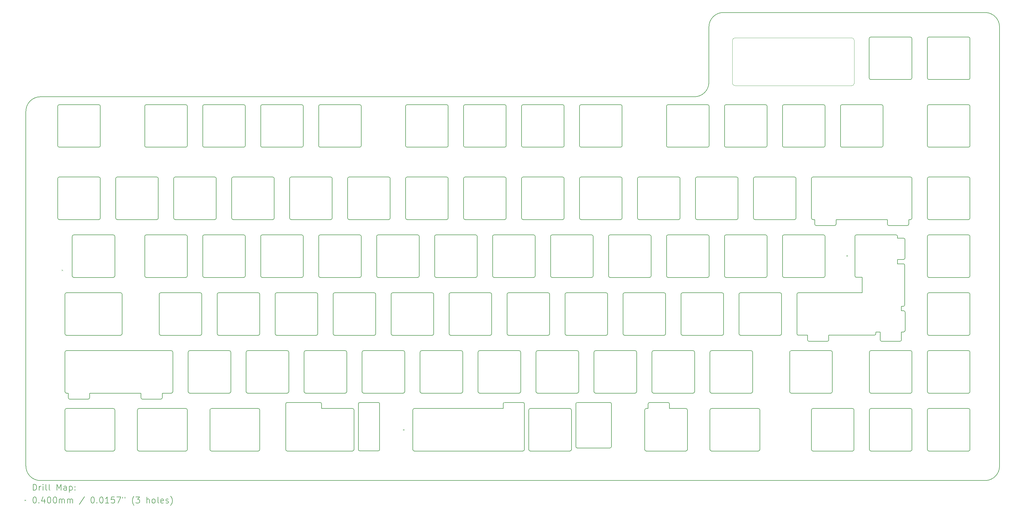
<source format=gbr>
%TF.GenerationSoftware,KiCad,Pcbnew,7.0.2-0*%
%TF.CreationDate,2023-09-13T20:41:26+02:00*%
%TF.ProjectId,storre_plate,73746f72-7265-45f7-906c-6174652e6b69,rev?*%
%TF.SameCoordinates,Original*%
%TF.FileFunction,Drillmap*%
%TF.FilePolarity,Positive*%
%FSLAX45Y45*%
G04 Gerber Fmt 4.5, Leading zero omitted, Abs format (unit mm)*
G04 Created by KiCad (PCBNEW 7.0.2-0) date 2023-09-13 20:41:26*
%MOMM*%
%LPD*%
G01*
G04 APERTURE LIST*
%ADD10C,0.200000*%
%ADD11C,0.050000*%
%ADD12C,0.150000*%
%ADD13C,0.040000*%
G04 APERTURE END LIST*
D10*
X29792640Y-8598110D02*
G75*
G03*
X29842640Y-8548110I0J50000D01*
G01*
X19870140Y-10453110D02*
G75*
G03*
X19920140Y-10503110I50010J10D01*
G01*
X27063890Y-14818110D02*
G75*
G03*
X27013890Y-14868110I0J-50000D01*
G01*
X23651390Y-11058110D02*
X23651390Y-12358110D01*
X27966390Y-12358110D02*
G75*
G03*
X28016390Y-12408110I50010J10D01*
G01*
X31697640Y-16218110D02*
G75*
G03*
X31747640Y-16168110I0J50000D01*
G01*
X29683265Y-12913110D02*
X30983265Y-12913110D01*
X34157640Y-12358110D02*
G75*
G03*
X34207640Y-12408110I50010J10D01*
G01*
X17410140Y-10503110D02*
G75*
G03*
X17460140Y-10453110I0J50000D01*
G01*
X25506390Y-12408110D02*
G75*
G03*
X25556390Y-12358110I0J50000D01*
G01*
X17062640Y-4816860D02*
X18362640Y-4816860D01*
X29871800Y-12357080D02*
G75*
G03*
X29921795Y-12407080I50000J0D01*
G01*
X33364920Y-11454580D02*
G75*
G03*
X33414920Y-11404580I0J50000D01*
G01*
X25982640Y-8598110D02*
G75*
G03*
X26032640Y-8548110I0J50000D01*
G01*
X16110815Y-14618110D02*
X15510815Y-14618110D01*
X21825140Y-10503110D02*
X23125140Y-10503110D01*
X12300140Y-9103110D02*
X13600140Y-9103110D01*
D11*
X31674020Y-2617250D02*
X27849020Y-2617250D01*
D10*
X32893940Y-8798110D02*
X33493940Y-8798110D01*
X12250140Y-6166860D02*
G75*
G03*
X12300140Y-6216860I50000J0D01*
G01*
X29633270Y-14263110D02*
G75*
G03*
X29683265Y-14313110I50010J10D01*
G01*
X18441390Y-12358110D02*
G75*
G03*
X18491390Y-12408110I50010J10D01*
G01*
X19315140Y-10503110D02*
G75*
G03*
X19365140Y-10453110I0J50000D01*
G01*
X33424490Y-9260780D02*
G75*
G03*
X33374484Y-9210780I-50010J-10D01*
G01*
X6932640Y-8598110D02*
G75*
G03*
X6982640Y-8548110I0J50000D01*
G01*
X32650140Y-6216860D02*
G75*
G03*
X32700140Y-6166860I0J50000D01*
G01*
X14076390Y-12408110D02*
G75*
G03*
X14126390Y-12358110I0J50000D01*
G01*
X30918620Y-12407080D02*
X30918620Y-12557080D01*
X13650140Y-4866860D02*
G75*
G03*
X13600140Y-4816860I-50000J0D01*
G01*
X5632640Y-7198110D02*
G75*
G03*
X5582640Y-7248110I0J-50000D01*
G01*
X35507640Y-16218110D02*
G75*
G03*
X35557640Y-16168110I0J50000D01*
G01*
X11347640Y-7198110D02*
G75*
G03*
X11297640Y-7248110I0J-50000D01*
G01*
X22698890Y-12963110D02*
X22698890Y-14263110D01*
X15157640Y-8598110D02*
X16457640Y-8598110D01*
X27540140Y-4816860D02*
X28840140Y-4816860D01*
X14155140Y-6166860D02*
G75*
G03*
X14205140Y-6216860I50000J0D01*
G01*
X11268890Y-12963110D02*
G75*
G03*
X11218890Y-12913110I-50000J0D01*
G01*
X30347640Y-16168110D02*
G75*
G03*
X30397640Y-16218110I50010J10D01*
G01*
X5632640Y-4816860D02*
X6932640Y-4816860D01*
X34207640Y-11008110D02*
X35507640Y-11008110D01*
X11745140Y-4866860D02*
X11745140Y-6166860D01*
X30347640Y-8548110D02*
G75*
G03*
X30397640Y-8598110I50010J10D01*
G01*
X21110765Y-14818105D02*
G75*
G03*
X21060765Y-14868110I5J-50005D01*
G01*
X30983265Y-14313115D02*
G75*
G03*
X31033265Y-14263110I-5J50005D01*
G01*
X30397640Y-16218110D02*
X31697640Y-16218110D01*
X6058890Y-10453110D02*
G75*
G03*
X6108890Y-10503110I50000J0D01*
G01*
X30456340Y-8598110D02*
X30456340Y-8748110D01*
X23175140Y-9153110D02*
G75*
G03*
X23125140Y-9103110I-50010J-10D01*
G01*
X29445140Y-4816860D02*
G75*
G03*
X29395140Y-4866860I0J-50000D01*
G01*
D12*
X5013940Y-4556740D02*
X26501440Y-4556740D01*
D10*
X8916390Y-12358110D02*
G75*
G03*
X8966390Y-12408110I50000J0D01*
G01*
X8252015Y-14818110D02*
X9790140Y-14818110D01*
X33646280Y-2639750D02*
X33646280Y-3939750D01*
X15157640Y-7198110D02*
X16457640Y-7198110D01*
X5582640Y-8548110D02*
G75*
G03*
X5632640Y-8598110I50000J0D01*
G01*
X27461390Y-11058110D02*
G75*
G03*
X27411390Y-11008110I-50010J-10D01*
G01*
X5820360Y-11058110D02*
X5820360Y-12358110D01*
X24127640Y-7248110D02*
G75*
G03*
X24077640Y-7198110I-50010J-10D01*
G01*
X19443890Y-14313110D02*
X20743890Y-14313110D01*
X18441390Y-11058110D02*
X18441390Y-12358110D01*
X20793890Y-12963110D02*
X20793890Y-14263110D01*
X25030140Y-10503110D02*
G75*
G03*
X25080140Y-10453110I0J50000D01*
G01*
X27490140Y-9153110D02*
X27490140Y-10453110D01*
X21775140Y-10453110D02*
G75*
G03*
X21825140Y-10503110I50010J10D01*
G01*
X17300765Y-16218110D02*
X20866965Y-16218110D01*
X12726390Y-11058110D02*
X12726390Y-12358110D01*
X16586390Y-11008110D02*
X17886390Y-11008110D01*
X8916390Y-11058110D02*
X8916390Y-12358110D01*
X21220140Y-10503110D02*
G75*
G03*
X21270140Y-10453110I0J50000D01*
G01*
X27540140Y-9103110D02*
X28840140Y-9103110D01*
X25556390Y-11058110D02*
G75*
G03*
X25506390Y-11008110I-50010J-10D01*
G01*
X32412420Y-12407080D02*
G75*
G03*
X32462420Y-12357080I0J50000D01*
G01*
X9840140Y-14868110D02*
X9840140Y-16168110D01*
X29445140Y-6216860D02*
X30745140Y-6216860D01*
X31033265Y-12963110D02*
X31033265Y-14263110D01*
X23727015Y-16118110D02*
X22654565Y-16118110D01*
X25080140Y-9153110D02*
G75*
G03*
X25030140Y-9103110I-50010J-10D01*
G01*
X25080140Y-9153110D02*
X25080140Y-10453110D01*
X22727640Y-8548110D02*
G75*
G03*
X22777640Y-8598110I50010J10D01*
G01*
X9790140Y-10503110D02*
G75*
G03*
X9840140Y-10453110I0J50000D01*
G01*
X5870360Y-11008110D02*
X7647015Y-11008110D01*
X34207640Y-16218110D02*
X35507640Y-16218110D01*
X28890140Y-4866860D02*
G75*
G03*
X28840140Y-4816860I-50010J-10D01*
G01*
X6982640Y-7248110D02*
X6982640Y-8548110D01*
D11*
X27749020Y-4092250D02*
G75*
G03*
X27849020Y-4192250I100000J0D01*
G01*
D10*
X15028890Y-14313110D02*
G75*
G03*
X15078890Y-14263110I0J50000D01*
G01*
X25635140Y-9103110D02*
G75*
G03*
X25585140Y-9153110I0J-50000D01*
G01*
X32252640Y-16168110D02*
G75*
G03*
X32302640Y-16218110I50010J10D01*
G01*
X33652640Y-14868110D02*
X33652640Y-16168110D01*
X17300765Y-14818110D02*
X20216965Y-14818110D01*
X13073210Y-16168110D02*
G75*
G03*
X13123215Y-16218110I50010J10D01*
G01*
X14631390Y-12358110D02*
G75*
G03*
X14681390Y-12408110I50000J0D01*
G01*
X15267015Y-16218105D02*
G75*
G03*
X15317015Y-16168110I5J49995D01*
G01*
X30347640Y-14868110D02*
X30347640Y-16168110D01*
X8440140Y-4866860D02*
X8440140Y-6166860D01*
X35557640Y-9153110D02*
G75*
G03*
X35507640Y-9103110I-50010J-10D01*
G01*
X30795140Y-4866860D02*
X30795140Y-6166860D01*
X9918890Y-14313110D02*
X11218890Y-14313110D01*
X9392640Y-7248110D02*
X9392640Y-8548110D01*
X5820360Y-12358110D02*
G75*
G03*
X5870360Y-12408110I50000J0D01*
G01*
X18015140Y-10503110D02*
X19315140Y-10503110D01*
X33602640Y-14313110D02*
G75*
G03*
X33652640Y-14263110I0J50000D01*
G01*
X25556390Y-11058110D02*
X25556390Y-12358110D01*
X32252640Y-14868110D02*
X32252640Y-16168110D01*
X31826795Y-10502080D02*
X32014920Y-10502080D01*
X30795140Y-9153110D02*
G75*
G03*
X30745140Y-9103110I-50010J-10D01*
G01*
X33306220Y-12298380D02*
X33306220Y-12557080D01*
X8966390Y-11008110D02*
X10266390Y-11008110D01*
X27937640Y-7248110D02*
X27937640Y-8548110D01*
X29395140Y-6166860D02*
G75*
G03*
X29445140Y-6216860I50010J10D01*
G01*
X28652015Y-14868110D02*
X28652015Y-16168110D01*
X24206390Y-11008110D02*
G75*
G03*
X24156390Y-11058110I0J-50000D01*
G01*
X17250765Y-14868110D02*
X17250765Y-16168110D01*
X14681390Y-11008110D02*
G75*
G03*
X14631390Y-11058110I0J-50000D01*
G01*
X23727015Y-16118115D02*
G75*
G03*
X23777015Y-16068110I-5J50005D01*
G01*
X27013890Y-12963110D02*
X27013890Y-14263110D01*
X34157640Y-4866860D02*
X34157640Y-6166860D01*
X15078890Y-12963110D02*
X15078890Y-14263110D01*
X5632640Y-4816860D02*
G75*
G03*
X5582640Y-4866860I0J-50000D01*
G01*
X25585140Y-4866860D02*
X25585140Y-6166860D01*
X20317640Y-4866860D02*
G75*
G03*
X20267640Y-4816860I-50010J-10D01*
G01*
D12*
X26978940Y-4079240D02*
X26978940Y-2259550D01*
D10*
X5582640Y-6166860D02*
G75*
G03*
X5632640Y-6216860I50000J0D01*
G01*
X5820770Y-16168110D02*
G75*
G03*
X5870765Y-16218110I50000J0D01*
G01*
X33652640Y-14868110D02*
G75*
G03*
X33602640Y-14818110I-50010J-10D01*
G01*
X9918890Y-12913110D02*
G75*
G03*
X9868890Y-12963110I0J-50000D01*
G01*
X21110765Y-16218110D02*
X22410765Y-16218110D01*
X30397640Y-14818110D02*
G75*
G03*
X30347640Y-14868110I0J-50000D01*
G01*
X22301390Y-12408110D02*
X23601390Y-12408110D01*
X34207640Y-7198110D02*
G75*
G03*
X34157640Y-7248110I0J-50000D01*
G01*
X20872640Y-6216860D02*
X22172640Y-6216860D01*
X32302640Y-14818110D02*
G75*
G03*
X32252640Y-14868110I0J-50000D01*
G01*
X21270140Y-9153110D02*
G75*
G03*
X21220140Y-9103110I-50010J-10D01*
G01*
X21825140Y-9103110D02*
X23125140Y-9103110D01*
X13202640Y-7248110D02*
X13202640Y-8548110D01*
X20317640Y-7248110D02*
G75*
G03*
X20267640Y-7198110I-50010J-10D01*
G01*
X8967065Y-14513105D02*
G75*
G03*
X9017065Y-14463110I5J49995D01*
G01*
X25635140Y-9103110D02*
X26935140Y-9103110D01*
X8887640Y-7248110D02*
G75*
G03*
X8837640Y-7198110I-50000J0D01*
G01*
X23253890Y-12913110D02*
G75*
G03*
X23203890Y-12963110I0J-50000D01*
G01*
X27063890Y-14818110D02*
X28602015Y-14818110D01*
X33652640Y-12963110D02*
G75*
G03*
X33602640Y-12913110I-50010J-10D01*
G01*
X21746390Y-11058110D02*
X21746390Y-12358110D01*
X13600140Y-6216860D02*
G75*
G03*
X13650140Y-6166860I0J50000D01*
G01*
X23175140Y-9153110D02*
X23175140Y-10453110D01*
X21298890Y-14263110D02*
G75*
G03*
X21348890Y-14313110I50010J10D01*
G01*
X18491390Y-11008110D02*
G75*
G03*
X18441390Y-11058110I0J-50000D01*
G01*
X26537640Y-8548110D02*
G75*
G03*
X26587640Y-8598110I50010J10D01*
G01*
X16507640Y-7248110D02*
G75*
G03*
X16457640Y-7198110I-50000J0D01*
G01*
X8252015Y-16218110D02*
X9790140Y-16218110D01*
X18362640Y-6216860D02*
G75*
G03*
X18412640Y-6166860I0J50000D01*
G01*
X33602640Y-8598110D02*
G75*
G03*
X33652640Y-8548110I0J50000D01*
G01*
X16983890Y-12963110D02*
X16983890Y-14263110D01*
X29445140Y-9103110D02*
G75*
G03*
X29395140Y-9153110I0J-50000D01*
G01*
X33425080Y-11648380D02*
X33425080Y-12248380D01*
X15633890Y-12913110D02*
X16933890Y-12913110D01*
X22648890Y-14313110D02*
G75*
G03*
X22698890Y-14263110I0J50000D01*
G01*
X25585140Y-10453110D02*
G75*
G03*
X25635140Y-10503110I50010J10D01*
G01*
X19791390Y-12408110D02*
G75*
G03*
X19841390Y-12358110I0J50000D01*
G01*
X27411390Y-12408110D02*
G75*
G03*
X27461390Y-12358110I0J50000D01*
G01*
X29842640Y-7248110D02*
G75*
G03*
X29792640Y-7198110I-50010J-10D01*
G01*
X5870765Y-16218110D02*
X7408890Y-16218110D01*
X17062640Y-6216860D02*
X18362640Y-6216860D01*
X11745140Y-4866860D02*
G75*
G03*
X11695140Y-4816860I-50000J0D01*
G01*
X22251390Y-11058110D02*
X22251390Y-12358110D01*
X18917640Y-8548110D02*
G75*
G03*
X18967640Y-8598110I50010J10D01*
G01*
X30397640Y-8598110D02*
X30456340Y-8598110D01*
X17965140Y-10453110D02*
G75*
G03*
X18015140Y-10503110I50000J0D01*
G01*
X21110765Y-14818110D02*
X22410765Y-14818110D01*
X33652640Y-7248110D02*
X33652640Y-8548110D01*
X23777015Y-16068110D02*
X23777015Y-14668110D01*
X6982640Y-4866860D02*
X6982640Y-6166860D01*
X8490140Y-9103110D02*
G75*
G03*
X8440140Y-9153110I0J-50000D01*
G01*
X20872640Y-4816860D02*
G75*
G03*
X20822640Y-4866860I0J-50000D01*
G01*
X13728890Y-12913110D02*
X15028890Y-12913110D01*
X14202640Y-14618110D02*
X13123215Y-14618110D01*
X12221390Y-11058110D02*
G75*
G03*
X12171390Y-11008110I-50000J0D01*
G01*
X15633890Y-14313110D02*
X16933890Y-14313110D01*
X34207640Y-14818110D02*
X35507640Y-14818110D01*
X29921795Y-11007075D02*
G75*
G03*
X29871795Y-11057080I5J-50005D01*
G01*
X34207640Y-10503110D02*
X35507640Y-10503110D01*
X31350140Y-6216860D02*
X32650140Y-6216860D01*
X12300140Y-10503110D02*
X13600140Y-10503110D01*
X28413890Y-12963110D02*
G75*
G03*
X28363890Y-12913110I-50010J-10D01*
G01*
X34157640Y-2639750D02*
X34157640Y-3939750D01*
X28016390Y-12408110D02*
X29316390Y-12408110D01*
X27887640Y-8598110D02*
G75*
G03*
X27937640Y-8548110I0J50000D01*
G01*
X30347640Y-7248110D02*
X30347640Y-8548110D01*
X15583890Y-12963110D02*
X15583890Y-14263110D01*
X26061390Y-11058110D02*
X26061390Y-12358110D01*
X33375080Y-12298380D02*
G75*
G03*
X33425080Y-12248380I0J50000D01*
G01*
X11297640Y-7248110D02*
X11297640Y-8548110D01*
X19365140Y-9153110D02*
X19365140Y-10453110D01*
X27540140Y-6216860D02*
X28840140Y-6216860D01*
X28016390Y-11008110D02*
X29316390Y-11008110D01*
X14126390Y-11058110D02*
G75*
G03*
X14076390Y-11008110I-50000J0D01*
G01*
X17936390Y-11058110D02*
G75*
G03*
X17886390Y-11008110I-50000J0D01*
G01*
X20743890Y-14313110D02*
G75*
G03*
X20793890Y-14263110I0J50000D01*
G01*
X34207640Y-4816860D02*
G75*
G03*
X34157640Y-4866860I0J-50000D01*
G01*
X5632640Y-8598110D02*
X6932640Y-8598110D01*
X26270760Y-14868110D02*
G75*
G03*
X26220765Y-14818110I-50010J-10D01*
G01*
X19393890Y-12963110D02*
X19393890Y-14263110D01*
X27490140Y-4866860D02*
X27490140Y-6166860D01*
X35557640Y-4866860D02*
X35557640Y-6166860D01*
X11297640Y-8548110D02*
G75*
G03*
X11347640Y-8598110I50000J0D01*
G01*
X19870140Y-9153110D02*
X19870140Y-10453110D01*
X10742640Y-8598110D02*
G75*
G03*
X10792640Y-8548110I0J50000D01*
G01*
X11823890Y-12913110D02*
G75*
G03*
X11773890Y-12963110I0J-50000D01*
G01*
X15555140Y-9153110D02*
G75*
G03*
X15505140Y-9103110I-50000J0D01*
G01*
X27461390Y-11058110D02*
X27461390Y-12358110D01*
X32606220Y-12298380D02*
X32462420Y-12298380D01*
X26985140Y-4866860D02*
X26985140Y-6166860D01*
X18412640Y-4866860D02*
X18412640Y-6166860D01*
X34207640Y-4816860D02*
X35507640Y-4816860D01*
X21298890Y-12963110D02*
X21298890Y-14263110D01*
X13650140Y-9153110D02*
X13650140Y-10453110D01*
X16060140Y-9153110D02*
X16060140Y-10453110D01*
D12*
X36051440Y-1782050D02*
X27456440Y-1782050D01*
D10*
X18412640Y-7248110D02*
X18412640Y-8548110D01*
X34207640Y-9103110D02*
X35507640Y-9103110D01*
X35557640Y-14868110D02*
G75*
G03*
X35507640Y-14818110I-50010J-10D01*
G01*
X9840140Y-4866860D02*
X9840140Y-6166860D01*
X6932640Y-6216860D02*
G75*
G03*
X6982640Y-6166860I0J50000D01*
G01*
X16110140Y-9103110D02*
G75*
G03*
X16060140Y-9153110I0J-50000D01*
G01*
X24632640Y-7248110D02*
X24632640Y-8548110D01*
X10395140Y-9103110D02*
X11695140Y-9103110D01*
X7537640Y-7198110D02*
X8837640Y-7198110D01*
X35507640Y-3989750D02*
G75*
G03*
X35557640Y-3939750I0J50000D01*
G01*
X8966390Y-12408110D02*
X10266390Y-12408110D01*
X6108890Y-9103110D02*
G75*
G03*
X6058890Y-9153110I0J-50000D01*
G01*
X22172640Y-8598110D02*
G75*
G03*
X22222640Y-8548110I0J50000D01*
G01*
X34157640Y-7248110D02*
X34157640Y-8548110D01*
X8440140Y-6166860D02*
G75*
G03*
X8490140Y-6216860I50000J0D01*
G01*
X16110815Y-16215345D02*
G75*
G03*
X16160815Y-16165340I-5J50005D01*
G01*
X15460820Y-16165340D02*
G75*
G03*
X15510815Y-16215340I50000J0D01*
G01*
X17965140Y-9153110D02*
X17965140Y-10453110D01*
X18917640Y-7248110D02*
X18917640Y-8548110D01*
X22777640Y-7198110D02*
X24077640Y-7198110D01*
X30268620Y-12607080D02*
X30868620Y-12607080D01*
X23651390Y-11058110D02*
G75*
G03*
X23601390Y-11008110I-50010J-10D01*
G01*
X35507640Y-10503110D02*
G75*
G03*
X35557640Y-10453110I0J50000D01*
G01*
X30506340Y-8798110D02*
X31106340Y-8798110D01*
X13123890Y-14313110D02*
G75*
G03*
X13173890Y-14263110I0J50000D01*
G01*
X33543940Y-8598110D02*
X33602640Y-8598110D01*
X6579465Y-14513105D02*
G75*
G03*
X6629465Y-14463110I5J49995D01*
G01*
X13252640Y-7198110D02*
X14552640Y-7198110D01*
D12*
X36051440Y-17190700D02*
X5013940Y-17190700D01*
D10*
X13678890Y-14263110D02*
G75*
G03*
X13728890Y-14313110I50000J0D01*
G01*
X10266390Y-12408110D02*
G75*
G03*
X10316390Y-12358110I0J50000D01*
G01*
X15460815Y-16165340D02*
X15460815Y-14668110D01*
X10583265Y-14868110D02*
X10583265Y-16168110D01*
X21270140Y-9153110D02*
X21270140Y-10453110D01*
X14205140Y-4816860D02*
X15505140Y-4816860D01*
X20216965Y-14818110D02*
X20216965Y-14668110D01*
X6982640Y-4866860D02*
G75*
G03*
X6932640Y-4816860I-50000J0D01*
G01*
X16933890Y-14313110D02*
G75*
G03*
X16983890Y-14263110I0J50000D01*
G01*
X31826795Y-9102075D02*
G75*
G03*
X31776795Y-9152080I5J-50005D01*
G01*
D12*
X4536440Y-16713200D02*
G75*
G03*
X5013940Y-17190700I477500J0D01*
G01*
D10*
X24127640Y-7248110D02*
X24127640Y-8548110D01*
X34207640Y-12913110D02*
X35507640Y-12913110D01*
X14681390Y-11008110D02*
X15981390Y-11008110D01*
X13252640Y-7198110D02*
G75*
G03*
X13202640Y-7248110I0J-50000D01*
G01*
X28442640Y-7248110D02*
X28442640Y-8548110D01*
X29366390Y-11058110D02*
X29366390Y-12358110D01*
X26587640Y-7198110D02*
X27887640Y-7198110D01*
X35557640Y-7248110D02*
G75*
G03*
X35507640Y-7198110I-50010J-10D01*
G01*
X17538890Y-14313110D02*
X18838890Y-14313110D01*
X13173890Y-12963110D02*
X13173890Y-14263110D01*
X15505140Y-6216860D02*
G75*
G03*
X15555140Y-6166860I0J50000D01*
G01*
X14205140Y-6216860D02*
X15505140Y-6216860D01*
X14602640Y-7248110D02*
G75*
G03*
X14552640Y-7198110I-50000J0D01*
G01*
X18888890Y-12963110D02*
G75*
G03*
X18838890Y-12913110I-50010J-10D01*
G01*
X21348890Y-12913110D02*
G75*
G03*
X21298890Y-12963110I0J-50000D01*
G01*
X10345140Y-9153110D02*
X10345140Y-10453110D01*
X12697640Y-7248110D02*
G75*
G03*
X12647640Y-7198110I-50000J0D01*
G01*
X34157640Y-16168110D02*
G75*
G03*
X34207640Y-16218110I50010J10D01*
G01*
X33176795Y-9152080D02*
X33176795Y-9210780D01*
X5870765Y-12913105D02*
G75*
G03*
X5820765Y-12963110I5J-50005D01*
G01*
X23680140Y-10453110D02*
G75*
G03*
X23730140Y-10503110I50010J10D01*
G01*
X28413890Y-12963110D02*
X28413890Y-14263110D01*
D12*
X26501440Y-4556740D02*
G75*
G03*
X26978940Y-4079240I0J477500D01*
G01*
D10*
X28890140Y-9153110D02*
G75*
G03*
X28840140Y-9103110I-50010J-10D01*
G01*
X19841390Y-11058110D02*
X19841390Y-12358110D01*
X17012640Y-8548110D02*
G75*
G03*
X17062640Y-8598110I50000J0D01*
G01*
X29683265Y-14313110D02*
X30983265Y-14313110D01*
X11268890Y-12963110D02*
X11268890Y-14263110D01*
X9868890Y-12963110D02*
X9868890Y-14263110D01*
X5632640Y-7198110D02*
X6932640Y-7198110D01*
X21825140Y-9103110D02*
G75*
G03*
X21775140Y-9153110I0J-50000D01*
G01*
X7647015Y-12408105D02*
G75*
G03*
X7697015Y-12358110I5J49995D01*
G01*
X18491390Y-11008110D02*
X19791390Y-11008110D01*
X33256220Y-12607080D02*
G75*
G03*
X33306220Y-12557080I0J50000D01*
G01*
X8440140Y-10453110D02*
G75*
G03*
X8490140Y-10503110I50000J0D01*
G01*
X19920140Y-10503110D02*
X21220140Y-10503110D01*
X16110140Y-10503110D02*
X17410140Y-10503110D01*
X8887640Y-7248110D02*
X8887640Y-8548110D01*
X17488890Y-14263110D02*
G75*
G03*
X17538890Y-14313110I50000J0D01*
G01*
X34207640Y-14313110D02*
X35507640Y-14313110D01*
X7697020Y-11058110D02*
G75*
G03*
X7647015Y-11008110I-50010J-10D01*
G01*
X5582640Y-4866860D02*
X5582640Y-6166860D01*
X14252640Y-14668110D02*
G75*
G03*
X14202640Y-14618110I-50000J0D01*
G01*
X12776390Y-11008110D02*
G75*
G03*
X12726390Y-11058110I0J-50000D01*
G01*
X32252640Y-12963110D02*
X32252640Y-14263110D01*
X32302640Y-14313110D02*
X33602640Y-14313110D01*
X34157640Y-6166860D02*
G75*
G03*
X34207640Y-6216860I50010J10D01*
G01*
X35557640Y-4866860D02*
G75*
G03*
X35507640Y-4816860I-50010J-10D01*
G01*
X26508890Y-12963110D02*
X26508890Y-14263110D01*
D11*
X31749020Y-2692250D02*
G75*
G03*
X31674020Y-2617250I-75000J0D01*
G01*
D10*
X23203890Y-14263110D02*
G75*
G03*
X23253890Y-14313110I50010J10D01*
G01*
X29316390Y-12408110D02*
G75*
G03*
X29366390Y-12358110I0J50000D01*
G01*
X18888890Y-12963110D02*
X18888890Y-14263110D01*
X8490140Y-4816860D02*
G75*
G03*
X8440140Y-4866860I0J-50000D01*
G01*
X7458890Y-14868110D02*
X7458890Y-16168110D01*
X20346390Y-12358110D02*
G75*
G03*
X20396390Y-12408110I50010J10D01*
G01*
X16031390Y-11058110D02*
G75*
G03*
X15981390Y-11008110I-50000J0D01*
G01*
X31033260Y-12963110D02*
G75*
G03*
X30983265Y-12913110I-50010J-10D01*
G01*
X30795140Y-9153110D02*
X30795140Y-10453110D01*
X32700140Y-4866860D02*
X32700140Y-6166860D01*
X10871390Y-11008110D02*
X12171390Y-11008110D01*
X8440140Y-9153110D02*
X8440140Y-10453110D01*
X18491390Y-12408110D02*
X19791390Y-12408110D01*
X30745140Y-10503110D02*
G75*
G03*
X30795140Y-10453110I0J50000D01*
G01*
X31300140Y-4866860D02*
X31300140Y-6166860D01*
X7537640Y-8598110D02*
X8837640Y-8598110D01*
X30218620Y-12557080D02*
G75*
G03*
X30268620Y-12607080I50020J20D01*
G01*
X35507640Y-8598110D02*
G75*
G03*
X35557640Y-8548110I0J50000D01*
G01*
X5979465Y-14513110D02*
X6579465Y-14513110D01*
X24603890Y-12963110D02*
X24603890Y-14263110D01*
X35557640Y-12963110D02*
X35557640Y-14263110D01*
X35557640Y-11058110D02*
G75*
G03*
X35507640Y-11008110I-50010J-10D01*
G01*
X17250760Y-16168110D02*
G75*
G03*
X17300765Y-16218110I50010J10D01*
G01*
X24077640Y-6216860D02*
G75*
G03*
X24127640Y-6166860I0J50000D01*
G01*
X10395140Y-9103110D02*
G75*
G03*
X10345140Y-9153110I0J-50000D01*
G01*
X17488890Y-12963110D02*
X17488890Y-14263110D01*
X34207640Y-6216860D02*
X35507640Y-6216860D01*
X26935140Y-6216860D02*
G75*
G03*
X26985140Y-6166860I0J50000D01*
G01*
X14681390Y-12408110D02*
X15981390Y-12408110D01*
X26458890Y-14313110D02*
G75*
G03*
X26508890Y-14263110I0J50000D01*
G01*
X25585140Y-6166860D02*
G75*
G03*
X25635140Y-6216860I50010J10D01*
G01*
X33425080Y-11648380D02*
G75*
G03*
X33375080Y-11598380I-50020J-20D01*
G01*
X30397640Y-14818110D02*
X31697640Y-14818110D01*
X15633890Y-12913110D02*
G75*
G03*
X15583890Y-12963110I0J-50000D01*
G01*
X27966390Y-11058110D02*
X27966390Y-12358110D01*
X27490140Y-10453110D02*
G75*
G03*
X27540140Y-10503110I50010J10D01*
G01*
X28363890Y-14313110D02*
G75*
G03*
X28413890Y-14263110I0J50000D01*
G01*
X27540140Y-4816860D02*
G75*
G03*
X27490140Y-4866860I0J-50000D01*
G01*
X31776800Y-10452080D02*
G75*
G03*
X31826795Y-10502080I50000J0D01*
G01*
X19920140Y-9103110D02*
G75*
G03*
X19870140Y-9153110I0J-50000D01*
G01*
D12*
X36051440Y-17190700D02*
G75*
G03*
X36528940Y-16713200I0J477500D01*
G01*
X36528940Y-16713200D02*
X36528940Y-2259550D01*
D10*
X18412640Y-4866860D02*
G75*
G03*
X18362640Y-4816860I-50010J-10D01*
G01*
X16110140Y-9103110D02*
X17410140Y-9103110D01*
X22727640Y-6166860D02*
G75*
G03*
X22777640Y-6216860I50010J10D01*
G01*
X31747640Y-14868110D02*
G75*
G03*
X31697640Y-14818110I-50010J-10D01*
G01*
X12300140Y-9103110D02*
G75*
G03*
X12250140Y-9153110I0J-50000D01*
G01*
X22777640Y-4816860D02*
G75*
G03*
X22727640Y-4866860I0J-50000D01*
G01*
X24077640Y-8598110D02*
G75*
G03*
X24127640Y-8548110I0J50000D01*
G01*
X5870765Y-14818105D02*
G75*
G03*
X5820765Y-14868110I5J-50005D01*
G01*
X29633265Y-12963110D02*
X29633265Y-14263110D01*
X17936390Y-11058110D02*
X17936390Y-12358110D01*
X20396390Y-11008110D02*
G75*
G03*
X20346390Y-11058110I0J-50000D01*
G01*
X15078890Y-12963110D02*
G75*
G03*
X15028890Y-12913110I-50000J0D01*
G01*
X26537640Y-7248110D02*
X26537640Y-8548110D01*
X5582640Y-7248110D02*
X5582640Y-8548110D01*
X14602640Y-7248110D02*
X14602640Y-8548110D01*
X32246280Y-3939750D02*
G75*
G03*
X32296280Y-3989750I50010J10D01*
G01*
X22172640Y-6216860D02*
G75*
G03*
X22222640Y-6166860I0J50000D01*
G01*
X32302640Y-12913110D02*
G75*
G03*
X32252640Y-12963110I0J-50000D01*
G01*
X33375080Y-11598380D02*
X33306220Y-11598380D01*
X16536390Y-11058110D02*
X16536390Y-12358110D01*
X17460140Y-9153110D02*
G75*
G03*
X17410140Y-9103110I-50000J0D01*
G01*
X17012640Y-4866860D02*
X17012640Y-6166860D01*
X23125140Y-10503110D02*
G75*
G03*
X23175140Y-10453110I0J50000D01*
G01*
X26985140Y-4866860D02*
G75*
G03*
X26935140Y-4816860I-50010J-10D01*
G01*
X25108890Y-12963110D02*
X25108890Y-14263110D01*
X27540140Y-10503110D02*
X28840140Y-10503110D01*
X29871795Y-11057080D02*
X29871795Y-12357080D01*
X10792640Y-7248110D02*
G75*
G03*
X10742640Y-7198110I-50000J0D01*
G01*
X10633265Y-14818110D02*
X12171390Y-14818110D01*
X14155140Y-4866860D02*
X14155140Y-6166860D01*
X22222640Y-4866860D02*
G75*
G03*
X22172640Y-4816860I-50010J-10D01*
G01*
X33374484Y-9910784D02*
G75*
G03*
X33424484Y-9860780I6J49994D01*
G01*
X13678890Y-12963110D02*
X13678890Y-14263110D01*
X26111390Y-11008110D02*
G75*
G03*
X26061390Y-11058110I0J-50000D01*
G01*
X29445140Y-9103110D02*
X30745140Y-9103110D01*
X19841390Y-11058110D02*
G75*
G03*
X19791390Y-11008110I-50010J-10D01*
G01*
X5870765Y-14313110D02*
X5929465Y-14313110D01*
X34157640Y-8548110D02*
G75*
G03*
X34207640Y-8598110I50010J10D01*
G01*
X26587640Y-8598110D02*
X27887640Y-8598110D01*
X6629465Y-14313110D02*
X6629465Y-14463110D01*
X17012640Y-7248110D02*
X17012640Y-8548110D01*
X24603890Y-12963110D02*
G75*
G03*
X24553890Y-12913110I-50010J-10D01*
G01*
X14155140Y-9153110D02*
X14155140Y-10453110D01*
X10395140Y-4816860D02*
X11695140Y-4816860D01*
X20317640Y-7248110D02*
X20317640Y-8548110D01*
X12250140Y-4866860D02*
X12250140Y-6166860D01*
X18362640Y-8598110D02*
G75*
G03*
X18412640Y-8548110I0J50000D01*
G01*
X12171390Y-16218110D02*
G75*
G03*
X12221390Y-16168110I0J50000D01*
G01*
X17062640Y-8598110D02*
X18362640Y-8598110D01*
X29395140Y-10453110D02*
G75*
G03*
X29445140Y-10503110I50010J10D01*
G01*
X6629465Y-14313110D02*
X8317065Y-14313110D01*
X22777640Y-4816860D02*
X24077640Y-4816860D01*
X29445140Y-10503110D02*
X30745140Y-10503110D01*
X30218620Y-12407080D02*
X30218620Y-12557080D01*
X12250140Y-10453110D02*
G75*
G03*
X12300140Y-10503110I50000J0D01*
G01*
X22251390Y-12358110D02*
G75*
G03*
X22301390Y-12408110I50010J10D01*
G01*
X21060765Y-14868110D02*
X21060765Y-16168110D01*
X14205140Y-9103110D02*
G75*
G03*
X14155140Y-9153110I0J-50000D01*
G01*
X18917640Y-6166860D02*
G75*
G03*
X18967640Y-6216860I50010J10D01*
G01*
X34207640Y-11008110D02*
G75*
G03*
X34157640Y-11058110I0J-50000D01*
G01*
X20822640Y-6166860D02*
G75*
G03*
X20872640Y-6216860I50010J10D01*
G01*
X33375080Y-12298380D02*
X33306220Y-12298380D01*
X24632640Y-8548110D02*
G75*
G03*
X24682640Y-8598110I50010J10D01*
G01*
X25158890Y-14313110D02*
X26458890Y-14313110D01*
X27063890Y-12913110D02*
G75*
G03*
X27013890Y-12963110I0J-50000D01*
G01*
X24127640Y-4866860D02*
G75*
G03*
X24077640Y-4816860I-50010J-10D01*
G01*
X10583260Y-16168110D02*
G75*
G03*
X10633265Y-16218110I50010J10D01*
G01*
X32606220Y-12298380D02*
X32606220Y-12557080D01*
X11745140Y-9153110D02*
G75*
G03*
X11695140Y-9103110I-50000J0D01*
G01*
X20396390Y-11008110D02*
X21696390Y-11008110D01*
X26985140Y-9153110D02*
X26985140Y-10453110D01*
X25032640Y-14618110D02*
G75*
G03*
X24982640Y-14668110I0J-50000D01*
G01*
X25632640Y-14618110D02*
X25032640Y-14618110D01*
X17460140Y-9153110D02*
X17460140Y-10453110D01*
X25585140Y-9153110D02*
X25585140Y-10453110D01*
X12697640Y-7248110D02*
X12697640Y-8548110D01*
D12*
X36528940Y-2259550D02*
G75*
G03*
X36051440Y-1782050I-477500J0D01*
G01*
D10*
X22777640Y-7198110D02*
G75*
G03*
X22727640Y-7248110I0J-50000D01*
G01*
X5929470Y-14463110D02*
G75*
G03*
X5979465Y-14513110I50000J0D01*
G01*
X28840140Y-6216860D02*
G75*
G03*
X28890140Y-6166860I0J50000D01*
G01*
X30397640Y-7198110D02*
G75*
G03*
X30347640Y-7248110I0J-50000D01*
G01*
X28602015Y-16218115D02*
G75*
G03*
X28652015Y-16168110I-5J50005D01*
G01*
X30745140Y-6216860D02*
G75*
G03*
X30795140Y-6166860I0J50000D01*
G01*
X9790140Y-6216860D02*
G75*
G03*
X9840140Y-6166860I0J50000D01*
G01*
X22777640Y-6216860D02*
X24077640Y-6216860D01*
X13600140Y-10503110D02*
G75*
G03*
X13650140Y-10453110I0J50000D01*
G01*
X16060140Y-10453110D02*
G75*
G03*
X16110140Y-10503110I50000J0D01*
G01*
X5929465Y-14313110D02*
X5929465Y-14463110D01*
X33652640Y-7248110D02*
G75*
G03*
X33602640Y-7198110I-50010J-10D01*
G01*
X32296280Y-2589750D02*
X33596280Y-2589750D01*
X18838890Y-14313110D02*
G75*
G03*
X18888890Y-14263110I0J50000D01*
G01*
X17538890Y-12913110D02*
X18838890Y-12913110D01*
X22460760Y-14868110D02*
G75*
G03*
X22410765Y-14818110I-50010J-10D01*
G01*
D11*
X27849020Y-4192250D02*
X31674020Y-4192250D01*
D10*
X10316390Y-11058110D02*
G75*
G03*
X10266390Y-11008110I-50000J0D01*
G01*
X27013890Y-14263110D02*
G75*
G03*
X27063890Y-14313110I50010J10D01*
G01*
X32606220Y-12557080D02*
G75*
G03*
X32656220Y-12607080I50020J20D01*
G01*
X18412640Y-7248110D02*
G75*
G03*
X18362640Y-7198110I-50010J-10D01*
G01*
X20872640Y-7198110D02*
X22172640Y-7198110D01*
X17538890Y-12913110D02*
G75*
G03*
X17488890Y-12963110I0J-50000D01*
G01*
X10792640Y-7248110D02*
X10792640Y-8548110D01*
X24127640Y-4866860D02*
X24127640Y-6166860D01*
X13252640Y-8598110D02*
X14552640Y-8598110D01*
X32302640Y-12913110D02*
X33602640Y-12913110D01*
X8490140Y-9103110D02*
X9790140Y-9103110D01*
X7458890Y-9153110D02*
G75*
G03*
X7408890Y-9103110I-50000J0D01*
G01*
X27063890Y-12913110D02*
X28363890Y-12913110D01*
X12171390Y-12408110D02*
G75*
G03*
X12221390Y-12358110I0J50000D01*
G01*
X33414920Y-10104580D02*
X33414920Y-11404580D01*
X22654565Y-14618105D02*
G75*
G03*
X22604565Y-14668110I5J-50005D01*
G01*
X16586390Y-11008110D02*
G75*
G03*
X16536390Y-11058110I0J-50000D01*
G01*
X20317640Y-4866860D02*
X20317640Y-6166860D01*
X22727640Y-4866860D02*
X22727640Y-6166860D01*
X5870765Y-12913110D02*
X9313890Y-12913110D01*
X25635140Y-4816860D02*
G75*
G03*
X25585140Y-4866860I0J-50000D01*
G01*
X20267640Y-8598110D02*
G75*
G03*
X20317640Y-8548110I0J50000D01*
G01*
X32700140Y-4866860D02*
G75*
G03*
X32650140Y-4816860I-50010J-10D01*
G01*
X14126390Y-11058110D02*
X14126390Y-12358110D01*
X34207640Y-9103110D02*
G75*
G03*
X34157640Y-9153110I0J-50000D01*
G01*
D11*
X27849020Y-2617250D02*
G75*
G03*
X27749020Y-2717250I0J-100000D01*
G01*
D10*
X27063890Y-14313110D02*
X28363890Y-14313110D01*
X23601390Y-12408110D02*
G75*
G03*
X23651390Y-12358110I0J50000D01*
G01*
X9840140Y-4866860D02*
G75*
G03*
X9790140Y-4816860I-50000J0D01*
G01*
X33176790Y-9152080D02*
G75*
G03*
X33126795Y-9102080I-50000J0D01*
G01*
X5870765Y-14818110D02*
X7408890Y-14818110D01*
X8966390Y-11008110D02*
G75*
G03*
X8916390Y-11058110I0J-50000D01*
G01*
X19393890Y-14263110D02*
G75*
G03*
X19443890Y-14313110I50010J10D01*
G01*
X16160820Y-14668110D02*
G75*
G03*
X16110815Y-14618110I-50010J-10D01*
G01*
X23203890Y-12963110D02*
X23203890Y-14263110D01*
X5820765Y-14868110D02*
X5820765Y-16168110D01*
X28492640Y-7198110D02*
G75*
G03*
X28442640Y-7248110I0J-50000D01*
G01*
X33543940Y-8598110D02*
X33543940Y-8748110D01*
X15505140Y-10503110D02*
G75*
G03*
X15555140Y-10453110I0J50000D01*
G01*
X10316390Y-11058110D02*
X10316390Y-12358110D01*
X33364920Y-10054580D02*
X33176795Y-10054580D01*
X17062640Y-4816860D02*
G75*
G03*
X17012640Y-4866860I0J-50000D01*
G01*
X9840140Y-14868110D02*
G75*
G03*
X9790140Y-14818110I-50000J0D01*
G01*
X31350140Y-4816860D02*
G75*
G03*
X31300140Y-4866860I0J-50000D01*
G01*
X35557640Y-2639750D02*
X35557640Y-3939750D01*
X7408890Y-16218110D02*
G75*
G03*
X7458890Y-16168110I0J50000D01*
G01*
X9017065Y-14313110D02*
X9017065Y-14463110D01*
X15981390Y-12408110D02*
G75*
G03*
X16031390Y-12358110I0J50000D01*
G01*
X17062640Y-7198110D02*
G75*
G03*
X17012640Y-7248110I0J-50000D01*
G01*
X34157640Y-14868110D02*
X34157640Y-16168110D01*
X10871390Y-11008110D02*
G75*
G03*
X10821390Y-11058110I0J-50000D01*
G01*
X25635140Y-4816860D02*
X26935140Y-4816860D01*
X26061390Y-12358110D02*
G75*
G03*
X26111390Y-12408110I50010J10D01*
G01*
X11347640Y-8598110D02*
X12647640Y-8598110D01*
X14155140Y-10453110D02*
G75*
G03*
X14205140Y-10503110I50000J0D01*
G01*
X19443890Y-12913110D02*
X20743890Y-12913110D01*
X22222640Y-7248110D02*
X22222640Y-8548110D01*
X8367065Y-14513110D02*
X8967065Y-14513110D01*
X14631390Y-11058110D02*
X14631390Y-12358110D01*
X30868620Y-12607080D02*
G75*
G03*
X30918620Y-12557080I0J50000D01*
G01*
X18967640Y-7198110D02*
X20267640Y-7198110D01*
X12300140Y-4816860D02*
X13600140Y-4816860D01*
X23730140Y-9103110D02*
X25030140Y-9103110D01*
X31156340Y-8598110D02*
X31156340Y-8748110D01*
X9363890Y-12963110D02*
X9363890Y-14263110D01*
X20866965Y-16218115D02*
G75*
G03*
X20916965Y-16168110I-5J50005D01*
G01*
X14252640Y-14818110D02*
X14252640Y-14668110D01*
X12300140Y-6216860D02*
X13600140Y-6216860D01*
X15157640Y-7198110D02*
G75*
G03*
X15107640Y-7248110I0J-50000D01*
G01*
X26111390Y-11008110D02*
X27411390Y-11008110D01*
X12726390Y-12358110D02*
G75*
G03*
X12776390Y-12408110I50000J0D01*
G01*
X9442640Y-8598110D02*
X10742640Y-8598110D01*
X8317065Y-14313110D02*
X8317065Y-14463110D01*
X14205140Y-4816860D02*
G75*
G03*
X14155140Y-4866860I0J-50000D01*
G01*
X6982640Y-7248110D02*
G75*
G03*
X6932640Y-7198110I-50000J0D01*
G01*
X17012640Y-6166860D02*
G75*
G03*
X17062640Y-6216860I50000J0D01*
G01*
X32014920Y-10502080D02*
X32014920Y-11007080D01*
X12300140Y-4816860D02*
G75*
G03*
X12250140Y-4866860I0J-50000D01*
G01*
X8317060Y-14463110D02*
G75*
G03*
X8367065Y-14513110I50010J10D01*
G01*
X24870770Y-16168110D02*
G75*
G03*
X24920765Y-16218110I50010J10D01*
G01*
X12776390Y-12408110D02*
X14076390Y-12408110D01*
X20916965Y-16168110D02*
X20916965Y-14668110D01*
X24206390Y-11008110D02*
X25506390Y-11008110D01*
X28442640Y-8548110D02*
G75*
G03*
X28492640Y-8598110I50010J10D01*
G01*
X10871390Y-12408110D02*
X12171390Y-12408110D01*
X34157640Y-14263110D02*
G75*
G03*
X34207640Y-14313110I50010J10D01*
G01*
X25682640Y-14818110D02*
X25682640Y-14668110D01*
X22604565Y-16068110D02*
X22604565Y-14668110D01*
X9840140Y-9153110D02*
X9840140Y-10453110D01*
X9017065Y-14313110D02*
X9313890Y-14313110D01*
X25682640Y-14818110D02*
X26220765Y-14818110D01*
X9840140Y-9153110D02*
G75*
G03*
X9790140Y-9103110I-50000J0D01*
G01*
X6058890Y-9153110D02*
X6058890Y-10453110D01*
X7458890Y-9153110D02*
X7458890Y-10453110D01*
X30918620Y-12407080D02*
X32412420Y-12407080D01*
X5870360Y-12408110D02*
X7647015Y-12408110D01*
X7487640Y-7248110D02*
X7487640Y-8548110D01*
X18967640Y-4816860D02*
G75*
G03*
X18917640Y-4866860I0J-50000D01*
G01*
X21060770Y-16168110D02*
G75*
G03*
X21110765Y-16218110I50010J10D01*
G01*
X6108890Y-10503110D02*
X7408890Y-10503110D01*
X27540140Y-9103110D02*
G75*
G03*
X27490140Y-9153110I0J-50000D01*
G01*
X12221390Y-11058110D02*
X12221390Y-12358110D01*
X7408890Y-10503110D02*
G75*
G03*
X7458890Y-10453110I0J50000D01*
G01*
X21696390Y-12408110D02*
G75*
G03*
X21746390Y-12358110I0J50000D01*
G01*
X28492640Y-7198110D02*
X29792640Y-7198110D01*
X12221390Y-14868110D02*
X12221390Y-16168110D01*
X26270765Y-14868110D02*
X26270765Y-16168110D01*
X5632640Y-6216860D02*
X6932640Y-6216860D01*
X34207640Y-12913110D02*
G75*
G03*
X34157640Y-12963110I0J-50000D01*
G01*
X11773890Y-12963110D02*
X11773890Y-14263110D01*
X13173890Y-12963110D02*
G75*
G03*
X13123890Y-12913110I-50000J0D01*
G01*
X16457640Y-8598110D02*
G75*
G03*
X16507640Y-8548110I0J50000D01*
G01*
X24982640Y-14818110D02*
X24982640Y-14668110D01*
X7697015Y-11058110D02*
X7697015Y-12358110D01*
X15555140Y-9153110D02*
X15555140Y-10453110D01*
X10821390Y-12358110D02*
G75*
G03*
X10871390Y-12408110I50000J0D01*
G01*
X34207640Y-8598110D02*
X35507640Y-8598110D01*
X5870360Y-11008110D02*
G75*
G03*
X5820360Y-11058110I0J-50000D01*
G01*
X22222640Y-4866860D02*
X22222640Y-6166860D01*
X24870765Y-14868110D02*
X24870765Y-16168110D01*
X35557640Y-2639750D02*
G75*
G03*
X35507640Y-2589750I-50010J-10D01*
G01*
X26111390Y-12408110D02*
X27411390Y-12408110D01*
X13123215Y-16218110D02*
X15267015Y-16218110D01*
X10395140Y-6216860D02*
X11695140Y-6216860D01*
X18015140Y-9103110D02*
X19315140Y-9103110D01*
X26985140Y-9153110D02*
G75*
G03*
X26935140Y-9103110I-50010J-10D01*
G01*
D12*
X5013940Y-4556740D02*
G75*
G03*
X4536440Y-5034240I0J-477500D01*
G01*
D10*
X18015140Y-9103110D02*
G75*
G03*
X17965140Y-9153110I0J-50000D01*
G01*
X33596280Y-3989750D02*
G75*
G03*
X33646280Y-3939750I0J50000D01*
G01*
D12*
X27456440Y-1782050D02*
G75*
G03*
X26978940Y-2259550I0J-477500D01*
G01*
D10*
X9868890Y-14263110D02*
G75*
G03*
X9918890Y-14313110I50000J0D01*
G01*
X29842640Y-7248110D02*
X29842640Y-8548110D01*
X20822640Y-4866860D02*
X20822640Y-6166860D01*
X11773890Y-14263110D02*
G75*
G03*
X11823890Y-14313110I50000J0D01*
G01*
X7537640Y-7198110D02*
G75*
G03*
X7487640Y-7248110I0J-50000D01*
G01*
X32246280Y-2639750D02*
X32246280Y-3939750D01*
X15107640Y-7248110D02*
X15107640Y-8548110D01*
X24206390Y-12408110D02*
X25506390Y-12408110D01*
X30456340Y-8748110D02*
G75*
G03*
X30506340Y-8798110I50010J10D01*
G01*
X31776795Y-9152080D02*
X31776795Y-10452080D01*
X13650140Y-4866860D02*
X13650140Y-6166860D01*
X19365140Y-9153110D02*
G75*
G03*
X19315140Y-9103110I-50010J-10D01*
G01*
X23727015Y-14618110D02*
X22654565Y-14618110D01*
X11745140Y-9153110D02*
X11745140Y-10453110D01*
X22777640Y-8598110D02*
X24077640Y-8598110D01*
X35557640Y-11058110D02*
X35557640Y-12358110D01*
X33646280Y-2639750D02*
G75*
G03*
X33596280Y-2589750I-50010J-10D01*
G01*
X22410765Y-16218115D02*
G75*
G03*
X22460765Y-16168110I-5J50005D01*
G01*
X9918890Y-12913110D02*
X11218890Y-12913110D01*
X33176795Y-9910780D02*
X33176795Y-10054580D01*
D11*
X31674020Y-4192250D02*
G75*
G03*
X31749020Y-4117250I0J75000D01*
G01*
D10*
X23730140Y-10503110D02*
X25030140Y-10503110D01*
X8490140Y-4816860D02*
X9790140Y-4816860D01*
X24682640Y-7198110D02*
X25982640Y-7198110D01*
X27013890Y-14868110D02*
X27013890Y-16168110D01*
X23730140Y-9103110D02*
G75*
G03*
X23680140Y-9153110I0J-50000D01*
G01*
X14205140Y-10503110D02*
X15505140Y-10503110D01*
X25158890Y-12913110D02*
X26458890Y-12913110D01*
X26032640Y-7248110D02*
G75*
G03*
X25982640Y-7198110I-50010J-10D01*
G01*
X30397640Y-7198110D02*
X33602640Y-7198110D01*
X25682640Y-14668110D02*
G75*
G03*
X25632640Y-14618110I-50010J-10D01*
G01*
X13728890Y-14313110D02*
X15028890Y-14313110D01*
X25158890Y-12913110D02*
G75*
G03*
X25108890Y-12963110I0J-50000D01*
G01*
X11823890Y-12913110D02*
X13123890Y-12913110D01*
X24682640Y-8598110D02*
X25982640Y-8598110D01*
X11695140Y-10503110D02*
G75*
G03*
X11745140Y-10453110I0J50000D01*
G01*
X28890140Y-9153110D02*
X28890140Y-10453110D01*
X28492640Y-8598110D02*
X29792640Y-8598110D01*
D12*
X4536440Y-16713200D02*
X4536440Y-5034240D01*
D10*
X21348890Y-14313110D02*
X22648890Y-14313110D01*
X26935140Y-10503110D02*
G75*
G03*
X26985140Y-10453110I0J50000D01*
G01*
X35507640Y-6216860D02*
G75*
G03*
X35557640Y-6166860I0J50000D01*
G01*
X20266965Y-14618105D02*
G75*
G03*
X20216965Y-14668110I5J-50005D01*
G01*
X22301390Y-11008110D02*
G75*
G03*
X22251390Y-11058110I0J-50000D01*
G01*
X29683265Y-12913105D02*
G75*
G03*
X29633265Y-12963110I5J-50005D01*
G01*
X8837640Y-8598110D02*
G75*
G03*
X8887640Y-8548110I0J50000D01*
G01*
X9442640Y-7198110D02*
X10742640Y-7198110D01*
X8490140Y-6216860D02*
X9790140Y-6216860D01*
X24920765Y-16218110D02*
X26220765Y-16218110D01*
X14552640Y-8598110D02*
G75*
G03*
X14602640Y-8548110I0J50000D01*
G01*
X16110815Y-16215340D02*
X15510815Y-16215340D01*
X16507640Y-7248110D02*
X16507640Y-8548110D01*
X28652010Y-14868110D02*
G75*
G03*
X28602015Y-14818110I-50010J-10D01*
G01*
D11*
X31749020Y-4117250D02*
X31749020Y-2692250D01*
D10*
X19443890Y-12913110D02*
G75*
G03*
X19393890Y-12963110I0J-50000D01*
G01*
X15317015Y-14868110D02*
X15317015Y-16168110D01*
X34157640Y-9153110D02*
X34157640Y-10453110D01*
X35507640Y-14313110D02*
G75*
G03*
X35557640Y-14263110I0J50000D01*
G01*
X22301390Y-11008110D02*
X23601390Y-11008110D01*
X34207640Y-2589750D02*
X35507640Y-2589750D01*
X10633265Y-16218110D02*
X12171390Y-16218110D01*
X29395140Y-4866860D02*
X29395140Y-6166860D01*
X32302640Y-16218110D02*
X33602640Y-16218110D01*
X29921795Y-11007080D02*
X32014920Y-11007080D01*
X12250140Y-9153110D02*
X12250140Y-10453110D01*
X23253890Y-14313110D02*
X24553890Y-14313110D01*
X20866965Y-14618110D02*
X20266965Y-14618110D01*
X14252640Y-14818110D02*
X15267015Y-14818110D01*
X34157640Y-10453110D02*
G75*
G03*
X34207640Y-10503110I50010J10D01*
G01*
X34157640Y-12963110D02*
X34157640Y-14263110D01*
X30795140Y-4866860D02*
G75*
G03*
X30745140Y-4816860I-50010J-10D01*
G01*
X33374484Y-9210780D02*
X33176795Y-9210780D01*
X31826795Y-9102080D02*
X33126795Y-9102080D01*
X24920765Y-14818105D02*
G75*
G03*
X24870765Y-14868110I5J-50005D01*
G01*
X17062640Y-7198110D02*
X18362640Y-7198110D01*
X34207640Y-14818110D02*
G75*
G03*
X34157640Y-14868110I0J-50000D01*
G01*
X29395140Y-9153110D02*
X29395140Y-10453110D01*
X10821390Y-11058110D02*
X10821390Y-12358110D01*
X15510815Y-14618115D02*
G75*
G03*
X15460815Y-14668110I-5J-49995D01*
G01*
X18967640Y-6216860D02*
X20267640Y-6216860D01*
X24920765Y-14818110D02*
X24982640Y-14818110D01*
X21746390Y-11058110D02*
G75*
G03*
X21696390Y-11008110I-50010J-10D01*
G01*
X29921795Y-12407080D02*
X30218620Y-12407080D01*
X34157640Y-11058110D02*
X34157640Y-12358110D01*
X16536390Y-12358110D02*
G75*
G03*
X16586390Y-12408110I50000J0D01*
G01*
X9790140Y-16218110D02*
G75*
G03*
X9840140Y-16168110I0J50000D01*
G01*
X32296280Y-3989750D02*
X33596280Y-3989750D01*
X10345140Y-10453110D02*
G75*
G03*
X10395140Y-10503110I50000J0D01*
G01*
X11695140Y-6216860D02*
G75*
G03*
X11745140Y-6166860I0J50000D01*
G01*
X24156390Y-11058110D02*
X24156390Y-12358110D01*
X25635140Y-6216860D02*
X26935140Y-6216860D01*
X10395140Y-4816860D02*
G75*
G03*
X10345140Y-4866860I0J-50000D01*
G01*
X23680140Y-9153110D02*
X23680140Y-10453110D01*
X15317020Y-14868110D02*
G75*
G03*
X15267015Y-14818110I-50010J-10D01*
G01*
X15555140Y-4866860D02*
X15555140Y-6166860D01*
X24682640Y-7198110D02*
G75*
G03*
X24632640Y-7248110I0J-50000D01*
G01*
X20793890Y-12963110D02*
G75*
G03*
X20743890Y-12913110I-50010J-10D01*
G01*
X34207640Y-2589750D02*
G75*
G03*
X34157640Y-2639750I0J-50000D01*
G01*
X13650140Y-9153110D02*
G75*
G03*
X13600140Y-9103110I-50000J0D01*
G01*
X20872640Y-8598110D02*
X22172640Y-8598110D01*
X9363890Y-12963110D02*
G75*
G03*
X9313890Y-12913110I-50000J0D01*
G01*
X5820765Y-12963110D02*
X5820765Y-14263110D01*
X10345140Y-4866860D02*
X10345140Y-6166860D01*
X32302640Y-14818110D02*
X33602640Y-14818110D01*
X8490140Y-10503110D02*
X9790140Y-10503110D01*
X20822640Y-7248110D02*
X20822640Y-8548110D01*
X7487640Y-8548110D02*
G75*
G03*
X7537640Y-8598110I50000J0D01*
G01*
X32843940Y-8748110D02*
G75*
G03*
X32893940Y-8798110I50010J10D01*
G01*
X20346390Y-11058110D02*
X20346390Y-12358110D01*
X9313890Y-14313110D02*
G75*
G03*
X9363890Y-14263110I0J50000D01*
G01*
X34207640Y-12408110D02*
X35507640Y-12408110D01*
X26587640Y-7198110D02*
G75*
G03*
X26537640Y-7248110I0J-50000D01*
G01*
X35557640Y-12963110D02*
G75*
G03*
X35507640Y-12913110I-50010J-10D01*
G01*
X20872640Y-7198110D02*
G75*
G03*
X20822640Y-7248110I0J-50000D01*
G01*
X17300765Y-14818115D02*
G75*
G03*
X17250765Y-14868110I-5J-49995D01*
G01*
X27013890Y-16168110D02*
G75*
G03*
X27063890Y-16218110I50010J10D01*
G01*
X20267640Y-6216860D02*
G75*
G03*
X20317640Y-6166860I0J50000D01*
G01*
X23777010Y-14668110D02*
G75*
G03*
X23727015Y-14618110I-50010J-10D01*
G01*
X16586390Y-12408110D02*
X17886390Y-12408110D01*
X26508890Y-12963110D02*
G75*
G03*
X26458890Y-12913110I-50010J-10D01*
G01*
X25108890Y-14263110D02*
G75*
G03*
X25158890Y-14313110I50010J10D01*
G01*
X33493940Y-8798110D02*
G75*
G03*
X33543940Y-8748110I0J50000D01*
G01*
X33652640Y-12963110D02*
X33652640Y-14263110D01*
X33424484Y-9260780D02*
X33424484Y-9860780D01*
X33602640Y-16218110D02*
G75*
G03*
X33652640Y-16168110I0J50000D01*
G01*
X22698890Y-12963110D02*
G75*
G03*
X22648890Y-12913110I-50010J-10D01*
G01*
X32252640Y-14263110D02*
G75*
G03*
X32302640Y-14313110I50010J10D01*
G01*
X15555140Y-4866860D02*
G75*
G03*
X15505140Y-4816860I-50000J0D01*
G01*
X11823890Y-14313110D02*
X13123890Y-14313110D01*
X18967640Y-4816860D02*
X20267640Y-4816860D01*
X25635140Y-10503110D02*
X26935140Y-10503110D01*
X15107640Y-8548110D02*
G75*
G03*
X15157640Y-8598110I50000J0D01*
G01*
X19920140Y-9103110D02*
X21220140Y-9103110D01*
X31747640Y-14868110D02*
X31747640Y-16168110D01*
X34157640Y-3939750D02*
G75*
G03*
X34207640Y-3989750I50010J10D01*
G01*
X27937640Y-7248110D02*
G75*
G03*
X27887640Y-7198110I-50010J-10D01*
G01*
X11218890Y-14313110D02*
G75*
G03*
X11268890Y-14263110I0J50000D01*
G01*
X18917640Y-4866860D02*
X18917640Y-6166860D01*
X34207640Y-3989750D02*
X35507640Y-3989750D01*
X32656220Y-12607080D02*
X33256220Y-12607080D01*
X29445140Y-4816860D02*
X30745140Y-4816860D01*
X35557640Y-14868110D02*
X35557640Y-16168110D01*
X9442640Y-7198110D02*
G75*
G03*
X9392640Y-7248110I0J-50000D01*
G01*
X31156340Y-8598110D02*
X32843940Y-8598110D01*
X35507640Y-12408110D02*
G75*
G03*
X35557640Y-12358110I0J50000D01*
G01*
X28016390Y-11008110D02*
G75*
G03*
X27966390Y-11058110I0J-50000D01*
G01*
X26220765Y-16218115D02*
G75*
G03*
X26270765Y-16168110I-5J50005D01*
G01*
X32296280Y-2589750D02*
G75*
G03*
X32246280Y-2639750I0J-50000D01*
G01*
X13728890Y-12913110D02*
G75*
G03*
X13678890Y-12963110I0J-50000D01*
G01*
X33364920Y-11454580D02*
X33306220Y-11454580D01*
X21348890Y-12913110D02*
X22648890Y-12913110D01*
X22460765Y-14868110D02*
X22460765Y-16168110D01*
X32843940Y-8598110D02*
X32843940Y-8748110D01*
X10395140Y-10503110D02*
X11695140Y-10503110D01*
X20872640Y-4816860D02*
X22172640Y-4816860D01*
D11*
X27749020Y-2717250D02*
X27749020Y-4092250D01*
D10*
X18967640Y-8598110D02*
X20267640Y-8598110D01*
X16031390Y-11058110D02*
X16031390Y-12358110D01*
X22222640Y-7248110D02*
G75*
G03*
X22172640Y-7198110I-50010J-10D01*
G01*
X24156390Y-12358110D02*
G75*
G03*
X24206390Y-12408110I50010J10D01*
G01*
X29366390Y-11058110D02*
G75*
G03*
X29316390Y-11008110I-50010J-10D01*
G01*
X16160815Y-16165340D02*
X16160815Y-14668110D01*
X6108890Y-9103110D02*
X7408890Y-9103110D01*
X5820770Y-14263110D02*
G75*
G03*
X5870765Y-14313110I50000J0D01*
G01*
X12647640Y-8598110D02*
G75*
G03*
X12697640Y-8548110I0J50000D01*
G01*
X31300140Y-6166860D02*
G75*
G03*
X31350140Y-6216860I50010J10D01*
G01*
X17886390Y-12408110D02*
G75*
G03*
X17936390Y-12358110I0J50000D01*
G01*
X11347640Y-7198110D02*
X12647640Y-7198110D01*
X24553890Y-14313110D02*
G75*
G03*
X24603890Y-14263110I0J50000D01*
G01*
X26032640Y-7248110D02*
X26032640Y-8548110D01*
X16983890Y-12963110D02*
G75*
G03*
X16933890Y-12913110I-50000J0D01*
G01*
X33306220Y-11454580D02*
X33306220Y-11598380D01*
X32462420Y-12298380D02*
X32462420Y-12357080D01*
X28890140Y-4866860D02*
X28890140Y-6166860D01*
X20916960Y-14668110D02*
G75*
G03*
X20866965Y-14618110I-50010J-10D01*
G01*
X33374484Y-9910780D02*
X33176795Y-9910780D01*
X8252015Y-14818115D02*
G75*
G03*
X8202015Y-14868110I-5J-49995D01*
G01*
X35557640Y-9153110D02*
X35557640Y-10453110D01*
X22727640Y-7248110D02*
X22727640Y-8548110D01*
X27490140Y-6166860D02*
G75*
G03*
X27540140Y-6216860I50010J10D01*
G01*
X35557640Y-7248110D02*
X35557640Y-8548110D01*
X8202015Y-14868110D02*
X8202015Y-16168110D01*
X33414920Y-10104580D02*
G75*
G03*
X33364920Y-10054580I-50020J-20D01*
G01*
X31350140Y-4816860D02*
X32650140Y-4816860D01*
X13202640Y-8548110D02*
G75*
G03*
X13252640Y-8598110I50000J0D01*
G01*
X10345140Y-6166860D02*
G75*
G03*
X10395140Y-6216860I50000J0D01*
G01*
X27063890Y-16218110D02*
X28602015Y-16218110D01*
X31106340Y-8798110D02*
G75*
G03*
X31156340Y-8748110I0J50000D01*
G01*
X13073215Y-16168110D02*
X13073215Y-14668110D01*
X28840140Y-10503110D02*
G75*
G03*
X28890140Y-10453110I0J50000D01*
G01*
X18967640Y-7198110D02*
G75*
G03*
X18917640Y-7248110I0J-50000D01*
G01*
X10633265Y-14818115D02*
G75*
G03*
X10583265Y-14868110I-5J-49995D01*
G01*
X21775140Y-9153110D02*
X21775140Y-10453110D01*
X12776390Y-11008110D02*
X14076390Y-11008110D01*
X20822640Y-8548110D02*
G75*
G03*
X20872640Y-8598110I50010J10D01*
G01*
X13123215Y-14618115D02*
G75*
G03*
X13073215Y-14668110I-5J-49995D01*
G01*
X9392640Y-8548110D02*
G75*
G03*
X9442640Y-8598110I50000J0D01*
G01*
X23253890Y-12913110D02*
X24553890Y-12913110D01*
X8202010Y-16168110D02*
G75*
G03*
X8252015Y-16218110I50010J10D01*
G01*
X14205140Y-9103110D02*
X15505140Y-9103110D01*
X22604570Y-16068110D02*
G75*
G03*
X22654565Y-16118110I50010J10D01*
G01*
X15583890Y-14263110D02*
G75*
G03*
X15633890Y-14313110I50000J0D01*
G01*
X12221390Y-14868110D02*
G75*
G03*
X12171390Y-14818110I-50000J0D01*
G01*
X34207640Y-7198110D02*
X35507640Y-7198110D01*
X7458890Y-14868110D02*
G75*
G03*
X7408890Y-14818110I-50000J0D01*
G01*
X20396390Y-12408110D02*
X21696390Y-12408110D01*
D13*
X5710000Y-10246250D02*
X5750000Y-10286250D01*
X5750000Y-10246250D02*
X5710000Y-10286250D01*
X16931250Y-15498750D02*
X16971250Y-15538750D01*
X16971250Y-15498750D02*
X16931250Y-15538750D01*
X31495000Y-9768750D02*
X31535000Y-9808750D01*
X31535000Y-9768750D02*
X31495000Y-9808750D01*
D10*
X4776559Y-17510724D02*
X4776559Y-17310724D01*
X4776559Y-17310724D02*
X4824178Y-17310724D01*
X4824178Y-17310724D02*
X4852750Y-17320248D01*
X4852750Y-17320248D02*
X4871797Y-17339295D01*
X4871797Y-17339295D02*
X4881321Y-17358343D01*
X4881321Y-17358343D02*
X4890845Y-17396438D01*
X4890845Y-17396438D02*
X4890845Y-17425010D01*
X4890845Y-17425010D02*
X4881321Y-17463105D01*
X4881321Y-17463105D02*
X4871797Y-17482152D01*
X4871797Y-17482152D02*
X4852750Y-17501200D01*
X4852750Y-17501200D02*
X4824178Y-17510724D01*
X4824178Y-17510724D02*
X4776559Y-17510724D01*
X4976559Y-17510724D02*
X4976559Y-17377390D01*
X4976559Y-17415486D02*
X4986083Y-17396438D01*
X4986083Y-17396438D02*
X4995607Y-17386914D01*
X4995607Y-17386914D02*
X5014654Y-17377390D01*
X5014654Y-17377390D02*
X5033702Y-17377390D01*
X5100369Y-17510724D02*
X5100369Y-17377390D01*
X5100369Y-17310724D02*
X5090845Y-17320248D01*
X5090845Y-17320248D02*
X5100369Y-17329771D01*
X5100369Y-17329771D02*
X5109892Y-17320248D01*
X5109892Y-17320248D02*
X5100369Y-17310724D01*
X5100369Y-17310724D02*
X5100369Y-17329771D01*
X5224178Y-17510724D02*
X5205130Y-17501200D01*
X5205130Y-17501200D02*
X5195607Y-17482152D01*
X5195607Y-17482152D02*
X5195607Y-17310724D01*
X5328940Y-17510724D02*
X5309892Y-17501200D01*
X5309892Y-17501200D02*
X5300369Y-17482152D01*
X5300369Y-17482152D02*
X5300369Y-17310724D01*
X5557511Y-17510724D02*
X5557511Y-17310724D01*
X5557511Y-17310724D02*
X5624178Y-17453581D01*
X5624178Y-17453581D02*
X5690845Y-17310724D01*
X5690845Y-17310724D02*
X5690845Y-17510724D01*
X5871797Y-17510724D02*
X5871797Y-17405962D01*
X5871797Y-17405962D02*
X5862273Y-17386914D01*
X5862273Y-17386914D02*
X5843226Y-17377390D01*
X5843226Y-17377390D02*
X5805130Y-17377390D01*
X5805130Y-17377390D02*
X5786083Y-17386914D01*
X5871797Y-17501200D02*
X5852749Y-17510724D01*
X5852749Y-17510724D02*
X5805130Y-17510724D01*
X5805130Y-17510724D02*
X5786083Y-17501200D01*
X5786083Y-17501200D02*
X5776559Y-17482152D01*
X5776559Y-17482152D02*
X5776559Y-17463105D01*
X5776559Y-17463105D02*
X5786083Y-17444057D01*
X5786083Y-17444057D02*
X5805130Y-17434533D01*
X5805130Y-17434533D02*
X5852749Y-17434533D01*
X5852749Y-17434533D02*
X5871797Y-17425010D01*
X5967035Y-17377390D02*
X5967035Y-17577390D01*
X5967035Y-17386914D02*
X5986083Y-17377390D01*
X5986083Y-17377390D02*
X6024178Y-17377390D01*
X6024178Y-17377390D02*
X6043226Y-17386914D01*
X6043226Y-17386914D02*
X6052749Y-17396438D01*
X6052749Y-17396438D02*
X6062273Y-17415486D01*
X6062273Y-17415486D02*
X6062273Y-17472629D01*
X6062273Y-17472629D02*
X6052749Y-17491676D01*
X6052749Y-17491676D02*
X6043226Y-17501200D01*
X6043226Y-17501200D02*
X6024178Y-17510724D01*
X6024178Y-17510724D02*
X5986083Y-17510724D01*
X5986083Y-17510724D02*
X5967035Y-17501200D01*
X6147988Y-17491676D02*
X6157511Y-17501200D01*
X6157511Y-17501200D02*
X6147988Y-17510724D01*
X6147988Y-17510724D02*
X6138464Y-17501200D01*
X6138464Y-17501200D02*
X6147988Y-17491676D01*
X6147988Y-17491676D02*
X6147988Y-17510724D01*
X6147988Y-17386914D02*
X6157511Y-17396438D01*
X6157511Y-17396438D02*
X6147988Y-17405962D01*
X6147988Y-17405962D02*
X6138464Y-17396438D01*
X6138464Y-17396438D02*
X6147988Y-17386914D01*
X6147988Y-17386914D02*
X6147988Y-17405962D01*
D13*
X4488940Y-17818200D02*
X4528940Y-17858200D01*
X4528940Y-17818200D02*
X4488940Y-17858200D01*
D10*
X4814654Y-17730724D02*
X4833702Y-17730724D01*
X4833702Y-17730724D02*
X4852750Y-17740248D01*
X4852750Y-17740248D02*
X4862273Y-17749771D01*
X4862273Y-17749771D02*
X4871797Y-17768819D01*
X4871797Y-17768819D02*
X4881321Y-17806914D01*
X4881321Y-17806914D02*
X4881321Y-17854533D01*
X4881321Y-17854533D02*
X4871797Y-17892629D01*
X4871797Y-17892629D02*
X4862273Y-17911676D01*
X4862273Y-17911676D02*
X4852750Y-17921200D01*
X4852750Y-17921200D02*
X4833702Y-17930724D01*
X4833702Y-17930724D02*
X4814654Y-17930724D01*
X4814654Y-17930724D02*
X4795607Y-17921200D01*
X4795607Y-17921200D02*
X4786083Y-17911676D01*
X4786083Y-17911676D02*
X4776559Y-17892629D01*
X4776559Y-17892629D02*
X4767035Y-17854533D01*
X4767035Y-17854533D02*
X4767035Y-17806914D01*
X4767035Y-17806914D02*
X4776559Y-17768819D01*
X4776559Y-17768819D02*
X4786083Y-17749771D01*
X4786083Y-17749771D02*
X4795607Y-17740248D01*
X4795607Y-17740248D02*
X4814654Y-17730724D01*
X4967035Y-17911676D02*
X4976559Y-17921200D01*
X4976559Y-17921200D02*
X4967035Y-17930724D01*
X4967035Y-17930724D02*
X4957511Y-17921200D01*
X4957511Y-17921200D02*
X4967035Y-17911676D01*
X4967035Y-17911676D02*
X4967035Y-17930724D01*
X5147988Y-17797390D02*
X5147988Y-17930724D01*
X5100369Y-17721200D02*
X5052750Y-17864057D01*
X5052750Y-17864057D02*
X5176559Y-17864057D01*
X5290845Y-17730724D02*
X5309892Y-17730724D01*
X5309892Y-17730724D02*
X5328940Y-17740248D01*
X5328940Y-17740248D02*
X5338464Y-17749771D01*
X5338464Y-17749771D02*
X5347988Y-17768819D01*
X5347988Y-17768819D02*
X5357511Y-17806914D01*
X5357511Y-17806914D02*
X5357511Y-17854533D01*
X5357511Y-17854533D02*
X5347988Y-17892629D01*
X5347988Y-17892629D02*
X5338464Y-17911676D01*
X5338464Y-17911676D02*
X5328940Y-17921200D01*
X5328940Y-17921200D02*
X5309892Y-17930724D01*
X5309892Y-17930724D02*
X5290845Y-17930724D01*
X5290845Y-17930724D02*
X5271797Y-17921200D01*
X5271797Y-17921200D02*
X5262273Y-17911676D01*
X5262273Y-17911676D02*
X5252750Y-17892629D01*
X5252750Y-17892629D02*
X5243226Y-17854533D01*
X5243226Y-17854533D02*
X5243226Y-17806914D01*
X5243226Y-17806914D02*
X5252750Y-17768819D01*
X5252750Y-17768819D02*
X5262273Y-17749771D01*
X5262273Y-17749771D02*
X5271797Y-17740248D01*
X5271797Y-17740248D02*
X5290845Y-17730724D01*
X5481321Y-17730724D02*
X5500369Y-17730724D01*
X5500369Y-17730724D02*
X5519416Y-17740248D01*
X5519416Y-17740248D02*
X5528940Y-17749771D01*
X5528940Y-17749771D02*
X5538464Y-17768819D01*
X5538464Y-17768819D02*
X5547988Y-17806914D01*
X5547988Y-17806914D02*
X5547988Y-17854533D01*
X5547988Y-17854533D02*
X5538464Y-17892629D01*
X5538464Y-17892629D02*
X5528940Y-17911676D01*
X5528940Y-17911676D02*
X5519416Y-17921200D01*
X5519416Y-17921200D02*
X5500369Y-17930724D01*
X5500369Y-17930724D02*
X5481321Y-17930724D01*
X5481321Y-17930724D02*
X5462273Y-17921200D01*
X5462273Y-17921200D02*
X5452750Y-17911676D01*
X5452750Y-17911676D02*
X5443226Y-17892629D01*
X5443226Y-17892629D02*
X5433702Y-17854533D01*
X5433702Y-17854533D02*
X5433702Y-17806914D01*
X5433702Y-17806914D02*
X5443226Y-17768819D01*
X5443226Y-17768819D02*
X5452750Y-17749771D01*
X5452750Y-17749771D02*
X5462273Y-17740248D01*
X5462273Y-17740248D02*
X5481321Y-17730724D01*
X5633702Y-17930724D02*
X5633702Y-17797390D01*
X5633702Y-17816438D02*
X5643226Y-17806914D01*
X5643226Y-17806914D02*
X5662273Y-17797390D01*
X5662273Y-17797390D02*
X5690845Y-17797390D01*
X5690845Y-17797390D02*
X5709892Y-17806914D01*
X5709892Y-17806914D02*
X5719416Y-17825962D01*
X5719416Y-17825962D02*
X5719416Y-17930724D01*
X5719416Y-17825962D02*
X5728940Y-17806914D01*
X5728940Y-17806914D02*
X5747988Y-17797390D01*
X5747988Y-17797390D02*
X5776559Y-17797390D01*
X5776559Y-17797390D02*
X5795607Y-17806914D01*
X5795607Y-17806914D02*
X5805130Y-17825962D01*
X5805130Y-17825962D02*
X5805130Y-17930724D01*
X5900369Y-17930724D02*
X5900369Y-17797390D01*
X5900369Y-17816438D02*
X5909892Y-17806914D01*
X5909892Y-17806914D02*
X5928940Y-17797390D01*
X5928940Y-17797390D02*
X5957511Y-17797390D01*
X5957511Y-17797390D02*
X5976559Y-17806914D01*
X5976559Y-17806914D02*
X5986083Y-17825962D01*
X5986083Y-17825962D02*
X5986083Y-17930724D01*
X5986083Y-17825962D02*
X5995607Y-17806914D01*
X5995607Y-17806914D02*
X6014654Y-17797390D01*
X6014654Y-17797390D02*
X6043226Y-17797390D01*
X6043226Y-17797390D02*
X6062273Y-17806914D01*
X6062273Y-17806914D02*
X6071797Y-17825962D01*
X6071797Y-17825962D02*
X6071797Y-17930724D01*
X6462273Y-17721200D02*
X6290845Y-17978343D01*
X6719416Y-17730724D02*
X6738464Y-17730724D01*
X6738464Y-17730724D02*
X6757512Y-17740248D01*
X6757512Y-17740248D02*
X6767035Y-17749771D01*
X6767035Y-17749771D02*
X6776559Y-17768819D01*
X6776559Y-17768819D02*
X6786083Y-17806914D01*
X6786083Y-17806914D02*
X6786083Y-17854533D01*
X6786083Y-17854533D02*
X6776559Y-17892629D01*
X6776559Y-17892629D02*
X6767035Y-17911676D01*
X6767035Y-17911676D02*
X6757512Y-17921200D01*
X6757512Y-17921200D02*
X6738464Y-17930724D01*
X6738464Y-17930724D02*
X6719416Y-17930724D01*
X6719416Y-17930724D02*
X6700369Y-17921200D01*
X6700369Y-17921200D02*
X6690845Y-17911676D01*
X6690845Y-17911676D02*
X6681321Y-17892629D01*
X6681321Y-17892629D02*
X6671797Y-17854533D01*
X6671797Y-17854533D02*
X6671797Y-17806914D01*
X6671797Y-17806914D02*
X6681321Y-17768819D01*
X6681321Y-17768819D02*
X6690845Y-17749771D01*
X6690845Y-17749771D02*
X6700369Y-17740248D01*
X6700369Y-17740248D02*
X6719416Y-17730724D01*
X6871797Y-17911676D02*
X6881321Y-17921200D01*
X6881321Y-17921200D02*
X6871797Y-17930724D01*
X6871797Y-17930724D02*
X6862273Y-17921200D01*
X6862273Y-17921200D02*
X6871797Y-17911676D01*
X6871797Y-17911676D02*
X6871797Y-17930724D01*
X7005131Y-17730724D02*
X7024178Y-17730724D01*
X7024178Y-17730724D02*
X7043226Y-17740248D01*
X7043226Y-17740248D02*
X7052750Y-17749771D01*
X7052750Y-17749771D02*
X7062273Y-17768819D01*
X7062273Y-17768819D02*
X7071797Y-17806914D01*
X7071797Y-17806914D02*
X7071797Y-17854533D01*
X7071797Y-17854533D02*
X7062273Y-17892629D01*
X7062273Y-17892629D02*
X7052750Y-17911676D01*
X7052750Y-17911676D02*
X7043226Y-17921200D01*
X7043226Y-17921200D02*
X7024178Y-17930724D01*
X7024178Y-17930724D02*
X7005131Y-17930724D01*
X7005131Y-17930724D02*
X6986083Y-17921200D01*
X6986083Y-17921200D02*
X6976559Y-17911676D01*
X6976559Y-17911676D02*
X6967035Y-17892629D01*
X6967035Y-17892629D02*
X6957512Y-17854533D01*
X6957512Y-17854533D02*
X6957512Y-17806914D01*
X6957512Y-17806914D02*
X6967035Y-17768819D01*
X6967035Y-17768819D02*
X6976559Y-17749771D01*
X6976559Y-17749771D02*
X6986083Y-17740248D01*
X6986083Y-17740248D02*
X7005131Y-17730724D01*
X7262273Y-17930724D02*
X7147988Y-17930724D01*
X7205131Y-17930724D02*
X7205131Y-17730724D01*
X7205131Y-17730724D02*
X7186083Y-17759295D01*
X7186083Y-17759295D02*
X7167035Y-17778343D01*
X7167035Y-17778343D02*
X7147988Y-17787867D01*
X7443226Y-17730724D02*
X7347988Y-17730724D01*
X7347988Y-17730724D02*
X7338464Y-17825962D01*
X7338464Y-17825962D02*
X7347988Y-17816438D01*
X7347988Y-17816438D02*
X7367035Y-17806914D01*
X7367035Y-17806914D02*
X7414654Y-17806914D01*
X7414654Y-17806914D02*
X7433702Y-17816438D01*
X7433702Y-17816438D02*
X7443226Y-17825962D01*
X7443226Y-17825962D02*
X7452750Y-17845010D01*
X7452750Y-17845010D02*
X7452750Y-17892629D01*
X7452750Y-17892629D02*
X7443226Y-17911676D01*
X7443226Y-17911676D02*
X7433702Y-17921200D01*
X7433702Y-17921200D02*
X7414654Y-17930724D01*
X7414654Y-17930724D02*
X7367035Y-17930724D01*
X7367035Y-17930724D02*
X7347988Y-17921200D01*
X7347988Y-17921200D02*
X7338464Y-17911676D01*
X7519416Y-17730724D02*
X7652750Y-17730724D01*
X7652750Y-17730724D02*
X7567035Y-17930724D01*
X7719416Y-17730724D02*
X7719416Y-17768819D01*
X7795607Y-17730724D02*
X7795607Y-17768819D01*
X8090845Y-18006914D02*
X8081321Y-17997390D01*
X8081321Y-17997390D02*
X8062274Y-17968819D01*
X8062274Y-17968819D02*
X8052750Y-17949771D01*
X8052750Y-17949771D02*
X8043226Y-17921200D01*
X8043226Y-17921200D02*
X8033702Y-17873581D01*
X8033702Y-17873581D02*
X8033702Y-17835486D01*
X8033702Y-17835486D02*
X8043226Y-17787867D01*
X8043226Y-17787867D02*
X8052750Y-17759295D01*
X8052750Y-17759295D02*
X8062274Y-17740248D01*
X8062274Y-17740248D02*
X8081321Y-17711676D01*
X8081321Y-17711676D02*
X8090845Y-17702152D01*
X8147988Y-17730724D02*
X8271797Y-17730724D01*
X8271797Y-17730724D02*
X8205131Y-17806914D01*
X8205131Y-17806914D02*
X8233702Y-17806914D01*
X8233702Y-17806914D02*
X8252750Y-17816438D01*
X8252750Y-17816438D02*
X8262274Y-17825962D01*
X8262274Y-17825962D02*
X8271797Y-17845010D01*
X8271797Y-17845010D02*
X8271797Y-17892629D01*
X8271797Y-17892629D02*
X8262274Y-17911676D01*
X8262274Y-17911676D02*
X8252750Y-17921200D01*
X8252750Y-17921200D02*
X8233702Y-17930724D01*
X8233702Y-17930724D02*
X8176559Y-17930724D01*
X8176559Y-17930724D02*
X8157512Y-17921200D01*
X8157512Y-17921200D02*
X8147988Y-17911676D01*
X8509893Y-17930724D02*
X8509893Y-17730724D01*
X8595607Y-17930724D02*
X8595607Y-17825962D01*
X8595607Y-17825962D02*
X8586083Y-17806914D01*
X8586083Y-17806914D02*
X8567036Y-17797390D01*
X8567036Y-17797390D02*
X8538464Y-17797390D01*
X8538464Y-17797390D02*
X8519417Y-17806914D01*
X8519417Y-17806914D02*
X8509893Y-17816438D01*
X8719417Y-17930724D02*
X8700369Y-17921200D01*
X8700369Y-17921200D02*
X8690845Y-17911676D01*
X8690845Y-17911676D02*
X8681321Y-17892629D01*
X8681321Y-17892629D02*
X8681321Y-17835486D01*
X8681321Y-17835486D02*
X8690845Y-17816438D01*
X8690845Y-17816438D02*
X8700369Y-17806914D01*
X8700369Y-17806914D02*
X8719417Y-17797390D01*
X8719417Y-17797390D02*
X8747988Y-17797390D01*
X8747988Y-17797390D02*
X8767036Y-17806914D01*
X8767036Y-17806914D02*
X8776559Y-17816438D01*
X8776559Y-17816438D02*
X8786083Y-17835486D01*
X8786083Y-17835486D02*
X8786083Y-17892629D01*
X8786083Y-17892629D02*
X8776559Y-17911676D01*
X8776559Y-17911676D02*
X8767036Y-17921200D01*
X8767036Y-17921200D02*
X8747988Y-17930724D01*
X8747988Y-17930724D02*
X8719417Y-17930724D01*
X8900369Y-17930724D02*
X8881321Y-17921200D01*
X8881321Y-17921200D02*
X8871798Y-17902152D01*
X8871798Y-17902152D02*
X8871798Y-17730724D01*
X9052750Y-17921200D02*
X9033702Y-17930724D01*
X9033702Y-17930724D02*
X8995607Y-17930724D01*
X8995607Y-17930724D02*
X8976559Y-17921200D01*
X8976559Y-17921200D02*
X8967036Y-17902152D01*
X8967036Y-17902152D02*
X8967036Y-17825962D01*
X8967036Y-17825962D02*
X8976559Y-17806914D01*
X8976559Y-17806914D02*
X8995607Y-17797390D01*
X8995607Y-17797390D02*
X9033702Y-17797390D01*
X9033702Y-17797390D02*
X9052750Y-17806914D01*
X9052750Y-17806914D02*
X9062274Y-17825962D01*
X9062274Y-17825962D02*
X9062274Y-17845010D01*
X9062274Y-17845010D02*
X8967036Y-17864057D01*
X9138464Y-17921200D02*
X9157512Y-17930724D01*
X9157512Y-17930724D02*
X9195607Y-17930724D01*
X9195607Y-17930724D02*
X9214655Y-17921200D01*
X9214655Y-17921200D02*
X9224179Y-17902152D01*
X9224179Y-17902152D02*
X9224179Y-17892629D01*
X9224179Y-17892629D02*
X9214655Y-17873581D01*
X9214655Y-17873581D02*
X9195607Y-17864057D01*
X9195607Y-17864057D02*
X9167036Y-17864057D01*
X9167036Y-17864057D02*
X9147988Y-17854533D01*
X9147988Y-17854533D02*
X9138464Y-17835486D01*
X9138464Y-17835486D02*
X9138464Y-17825962D01*
X9138464Y-17825962D02*
X9147988Y-17806914D01*
X9147988Y-17806914D02*
X9167036Y-17797390D01*
X9167036Y-17797390D02*
X9195607Y-17797390D01*
X9195607Y-17797390D02*
X9214655Y-17806914D01*
X9290845Y-18006914D02*
X9300369Y-17997390D01*
X9300369Y-17997390D02*
X9319417Y-17968819D01*
X9319417Y-17968819D02*
X9328940Y-17949771D01*
X9328940Y-17949771D02*
X9338464Y-17921200D01*
X9338464Y-17921200D02*
X9347988Y-17873581D01*
X9347988Y-17873581D02*
X9347988Y-17835486D01*
X9347988Y-17835486D02*
X9338464Y-17787867D01*
X9338464Y-17787867D02*
X9328940Y-17759295D01*
X9328940Y-17759295D02*
X9319417Y-17740248D01*
X9319417Y-17740248D02*
X9300369Y-17711676D01*
X9300369Y-17711676D02*
X9290845Y-17702152D01*
M02*

</source>
